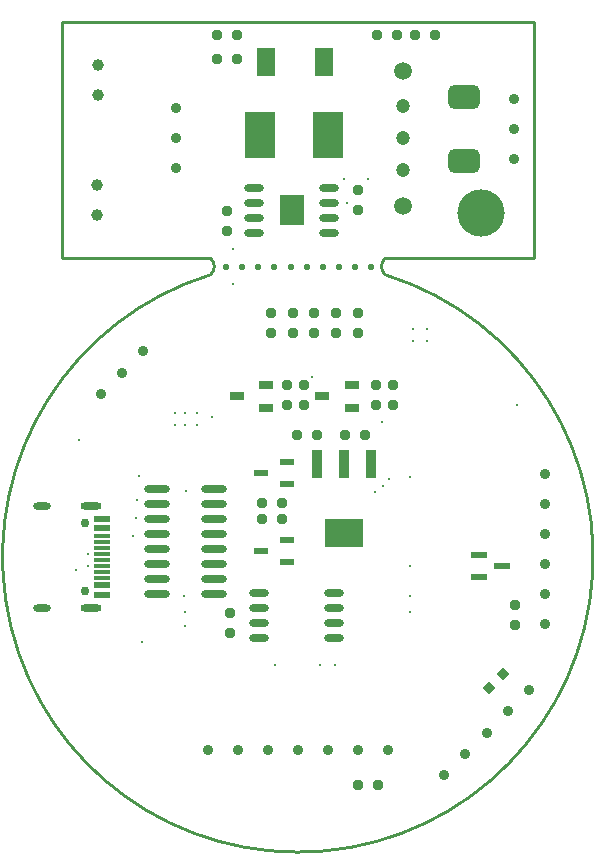
<source format=gts>
G04*
G04 #@! TF.GenerationSoftware,Altium Limited,Altium Designer,20.0.1 (14)*
G04*
G04 Layer_Color=8388736*
%FSLAX25Y25*%
%MOIN*%
G70*
G01*
G75*
%ADD15C,0.01000*%
G04:AMPARAMS|DCode=17|XSize=31.5mil|YSize=32.01mil|CornerRadius=7.87mil|HoleSize=0mil|Usage=FLASHONLY|Rotation=0.000|XOffset=0mil|YOffset=0mil|HoleType=Round|Shape=RoundedRectangle|*
%AMROUNDEDRECTD17*
21,1,0.03150,0.01626,0,0,0.0*
21,1,0.01575,0.03201,0,0,0.0*
1,1,0.01575,0.00787,-0.00813*
1,1,0.01575,-0.00787,-0.00813*
1,1,0.01575,-0.00787,0.00813*
1,1,0.01575,0.00787,0.00813*
%
%ADD17ROUNDEDRECTD17*%
%ADD18R,0.06496X0.09449*%
%ADD19R,0.09843X0.15748*%
G04:AMPARAMS|DCode=20|XSize=31.5mil|YSize=32.01mil|CornerRadius=7.87mil|HoleSize=0mil|Usage=FLASHONLY|Rotation=225.000|XOffset=0mil|YOffset=0mil|HoleType=Round|Shape=RoundedRectangle|*
%AMROUNDEDRECTD20*
21,1,0.03150,0.01626,0,0,225.0*
21,1,0.01575,0.03201,0,0,225.0*
1,1,0.01575,-0.01132,0.00018*
1,1,0.01575,-0.00018,0.01132*
1,1,0.01575,0.01132,-0.00018*
1,1,0.01575,0.00018,-0.01132*
%
%ADD20ROUNDEDRECTD20*%
%ADD21R,0.12992X0.09449*%
%ADD22R,0.03740X0.09449*%
G04:AMPARAMS|DCode=23|XSize=31.5mil|YSize=32.01mil|CornerRadius=7.87mil|HoleSize=0mil|Usage=FLASHONLY|Rotation=90.000|XOffset=0mil|YOffset=0mil|HoleType=Round|Shape=RoundedRectangle|*
%AMROUNDEDRECTD23*
21,1,0.03150,0.01626,0,0,90.0*
21,1,0.01575,0.03201,0,0,90.0*
1,1,0.01575,0.00813,0.00787*
1,1,0.01575,0.00813,-0.00787*
1,1,0.01575,-0.00813,-0.00787*
1,1,0.01575,-0.00813,0.00787*
%
%ADD23ROUNDEDRECTD23*%
%ADD24O,0.06693X0.02362*%
%ADD25R,0.04528X0.02362*%
%ADD26R,0.05512X0.01181*%
%ADD27R,0.05512X0.02362*%
%ADD28R,0.04921X0.02756*%
%ADD29R,0.07874X0.09843*%
G04:AMPARAMS|DCode=30|XSize=106.3mil|YSize=78.74mil|CornerRadius=19.68mil|HoleSize=0mil|Usage=FLASHONLY|Rotation=180.000|XOffset=0mil|YOffset=0mil|HoleType=Round|Shape=RoundedRectangle|*
%AMROUNDEDRECTD30*
21,1,0.10630,0.03937,0,0,180.0*
21,1,0.06693,0.07874,0,0,180.0*
1,1,0.03937,-0.03347,0.01968*
1,1,0.03937,0.03347,0.01968*
1,1,0.03937,0.03347,-0.01968*
1,1,0.03937,-0.03347,-0.01968*
%
%ADD30ROUNDEDRECTD30*%
%ADD31O,0.08661X0.02362*%
%ADD32R,0.05512X0.01968*%
%ADD33C,0.03543*%
%ADD34C,0.02953*%
%ADD35O,0.07087X0.02400*%
%ADD36O,0.05906X0.02400*%
%ADD37C,0.04724*%
%ADD38C,0.05906*%
%ADD39C,0.03937*%
%ADD40C,0.01000*%
%ADD41C,0.15748*%
%ADD42C,0.02200*%
D15*
X29000Y99500D02*
G03*
X29016Y94051I2732J-2717D01*
G01*
X-29016D02*
G03*
X-29000Y99500I-2717J2732D01*
G01*
X-29016Y94051D02*
G03*
X29181Y94000I29016J-94051D01*
G01*
X-78742Y99500D02*
X-29000D01*
X29000D02*
X78739D01*
Y178220D01*
X78758Y178240D01*
X-78722D02*
X78758D01*
X-78742Y178220D02*
X-78722Y178240D01*
X-78742Y99500D02*
Y178220D01*
D17*
X-193Y40500D02*
D03*
X6500D02*
D03*
X22346D02*
D03*
X15654D02*
D03*
X-5153Y18000D02*
D03*
X-11846D02*
D03*
X-5153Y12500D02*
D03*
X-11846D02*
D03*
X-26846Y166000D02*
D03*
X-20154D02*
D03*
X-26846Y174000D02*
D03*
X-20154D02*
D03*
X26500D02*
D03*
X33193D02*
D03*
X39154D02*
D03*
X45846D02*
D03*
X26846Y-76000D02*
D03*
X20154D02*
D03*
D18*
X-10744Y165000D02*
D03*
X8744D02*
D03*
D19*
X-12559Y140500D02*
D03*
X10000D02*
D03*
D20*
X68366Y-39134D02*
D03*
X63634Y-43866D02*
D03*
D21*
X15500Y8083D02*
D03*
D22*
X6484Y30917D02*
D03*
X15500Y30917D02*
D03*
X24516Y30917D02*
D03*
D23*
X-22500Y-25346D02*
D03*
Y-18654D02*
D03*
X20000Y81346D02*
D03*
Y74654D02*
D03*
X12750Y81346D02*
D03*
Y74654D02*
D03*
X31561Y50580D02*
D03*
Y57273D02*
D03*
X26181Y50580D02*
D03*
Y57273D02*
D03*
X2000Y50580D02*
D03*
Y57273D02*
D03*
X-3500Y50580D02*
D03*
Y57273D02*
D03*
X-23500Y108653D02*
D03*
Y115347D02*
D03*
X20000Y115654D02*
D03*
Y122346D02*
D03*
X72500Y-22846D02*
D03*
Y-16154D02*
D03*
X-9000Y81346D02*
D03*
Y74654D02*
D03*
X-1750Y81346D02*
D03*
Y74654D02*
D03*
X5500Y81346D02*
D03*
Y74654D02*
D03*
D24*
X-13098Y-22000D02*
D03*
Y-17000D02*
D03*
Y-27000D02*
D03*
X12098Y-22000D02*
D03*
Y-12000D02*
D03*
Y-17000D02*
D03*
Y-27000D02*
D03*
X-13098Y-12000D02*
D03*
X-14697Y123000D02*
D03*
X10500Y108000D02*
D03*
Y118000D02*
D03*
Y123000D02*
D03*
Y113000D02*
D03*
X-14697Y108000D02*
D03*
Y118000D02*
D03*
Y113000D02*
D03*
D25*
X-12429Y28000D02*
D03*
X-3571Y31740D02*
D03*
Y24260D02*
D03*
X-12429Y2000D02*
D03*
X-3571Y5740D02*
D03*
Y-1740D02*
D03*
D26*
X-65313Y6890D02*
D03*
Y4921D02*
D03*
Y2953D02*
D03*
Y984D02*
D03*
Y-984D02*
D03*
Y-2953D02*
D03*
Y-4921D02*
D03*
Y-6890D02*
D03*
D27*
Y-9449D02*
D03*
Y-12598D02*
D03*
Y9449D02*
D03*
Y12598D02*
D03*
D28*
X17921Y49760D02*
D03*
Y57240D02*
D03*
X8079Y53500D02*
D03*
X-10579Y49760D02*
D03*
Y57240D02*
D03*
X-20421Y53500D02*
D03*
D29*
X-2000Y115500D02*
D03*
D30*
X55500Y153130D02*
D03*
Y131870D02*
D03*
D31*
X-46898Y22500D02*
D03*
Y17500D02*
D03*
Y12500D02*
D03*
Y7500D02*
D03*
Y2500D02*
D03*
Y-2500D02*
D03*
X-46898Y-7500D02*
D03*
X-46898Y-12500D02*
D03*
X-28000Y22500D02*
D03*
Y17500D02*
D03*
Y12500D02*
D03*
Y7500D02*
D03*
Y2500D02*
D03*
Y-2500D02*
D03*
Y-7500D02*
D03*
Y-12500D02*
D03*
D32*
X68000Y-3000D02*
D03*
X60520Y-6740D02*
D03*
Y740D02*
D03*
D33*
X82500Y27500D02*
D03*
Y17500D02*
D03*
Y7500D02*
D03*
Y-2500D02*
D03*
Y-12500D02*
D03*
Y-22500D02*
D03*
X77071Y-44429D02*
D03*
X70000Y-51500D02*
D03*
X62929Y-58571D02*
D03*
X55858Y-65642D02*
D03*
X48787Y-72713D02*
D03*
X-51500Y68500D02*
D03*
X-58571Y61429D02*
D03*
X-65642Y54358D02*
D03*
X-40500Y149500D02*
D03*
Y139500D02*
D03*
Y129500D02*
D03*
X72000Y152500D02*
D03*
Y142500D02*
D03*
Y132500D02*
D03*
X-30000Y-64500D02*
D03*
X-20000D02*
D03*
X-10000D02*
D03*
X0D02*
D03*
X20000D02*
D03*
X30000D02*
D03*
X10000D02*
D03*
D34*
X-70874Y11378D02*
D03*
Y-11378D02*
D03*
D35*
X-68906Y17008D02*
D03*
Y-17008D02*
D03*
D36*
X-85244Y17008D02*
D03*
Y-17008D02*
D03*
D37*
X35000Y128870D02*
D03*
Y139500D02*
D03*
Y150130D02*
D03*
D38*
Y162098D02*
D03*
Y116902D02*
D03*
D39*
X-66500Y164010D02*
D03*
Y154000D02*
D03*
X-67000Y114000D02*
D03*
Y124010D02*
D03*
D40*
X-21500Y102500D02*
D03*
Y91000D02*
D03*
X16500Y118000D02*
D03*
X23500Y126000D02*
D03*
X15500D02*
D03*
X-28500Y46500D02*
D03*
X26181Y50580D02*
D03*
X-55000Y7000D02*
D03*
X-54000Y13000D02*
D03*
X-53500Y19000D02*
D03*
X-53000Y27000D02*
D03*
X-33500Y48000D02*
D03*
X-37500D02*
D03*
X-41000D02*
D03*
X-33500Y44000D02*
D03*
X-37500D02*
D03*
X-41000D02*
D03*
X43000Y72000D02*
D03*
X38500D02*
D03*
X43000Y76000D02*
D03*
X38500D02*
D03*
X12500Y-12000D02*
D03*
X-22500Y-25346D02*
D03*
X60520Y-6740D02*
D03*
X-52000Y-28500D02*
D03*
X-37500Y-23000D02*
D03*
Y-18500D02*
D03*
X-46898Y7500D02*
D03*
X-21000Y53500D02*
D03*
X16500Y57500D02*
D03*
X73000Y50500D02*
D03*
X28000Y45000D02*
D03*
X-1750Y74654D02*
D03*
X4863Y60000D02*
D03*
X-38000Y-13000D02*
D03*
X28500Y23500D02*
D03*
X30500Y26000D02*
D03*
X37382Y-3126D02*
D03*
X12000Y-27000D02*
D03*
X12500Y-36000D02*
D03*
X7500D02*
D03*
X-7500D02*
D03*
X25879Y21450D02*
D03*
X37500Y26500D02*
D03*
X-37421Y21874D02*
D03*
X-46898Y17500D02*
D03*
X20000Y74654D02*
D03*
X12750D02*
D03*
X5500D02*
D03*
X-9000D02*
D03*
X-65313Y9449D02*
D03*
Y-9449D02*
D03*
X-73000Y39000D02*
D03*
X-74000Y-4500D02*
D03*
X-70000Y-3000D02*
D03*
X-69984Y984D02*
D03*
X37382Y-13126D02*
D03*
X37500Y-18500D02*
D03*
X-3500Y-2000D02*
D03*
X-27000Y174000D02*
D03*
X-14500Y118000D02*
D03*
D41*
X61000Y114500D02*
D03*
D42*
X24500Y96500D02*
D03*
X19111D02*
D03*
X13722D02*
D03*
X8333D02*
D03*
X2944D02*
D03*
X-2444D02*
D03*
X-7833D02*
D03*
X-13222D02*
D03*
X-18611D02*
D03*
X-24000D02*
D03*
M02*

</source>
